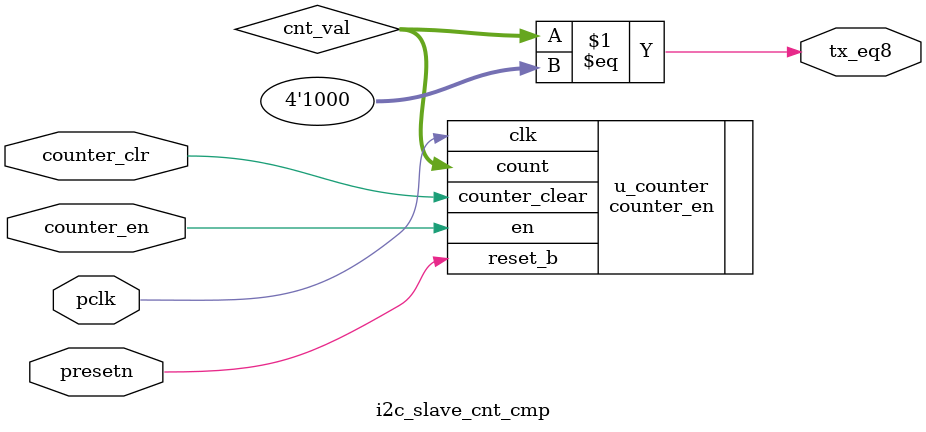
<source format=sv>
module i2c_slave_cnt_cmp(
  input logic pclk,
  input logic presetn,
  input logic counter_en,
  input logic counter_clr,

  output logic tx_eq8
);

  logic[3:0] cnt_val;
 
  counter_en #(
   // .RESET_VALUE(1'b0),
    .COUNTER_WIDTH(4)
  )u_counter(
    .clk(pclk),
    .reset_b(presetn),
    .en(counter_en),
    .counter_clear(counter_clr),
  
    .count(cnt_val)
  );

  assign tx_eq8 = cnt_val == 4'b1000;
  

endmodule
</source>
